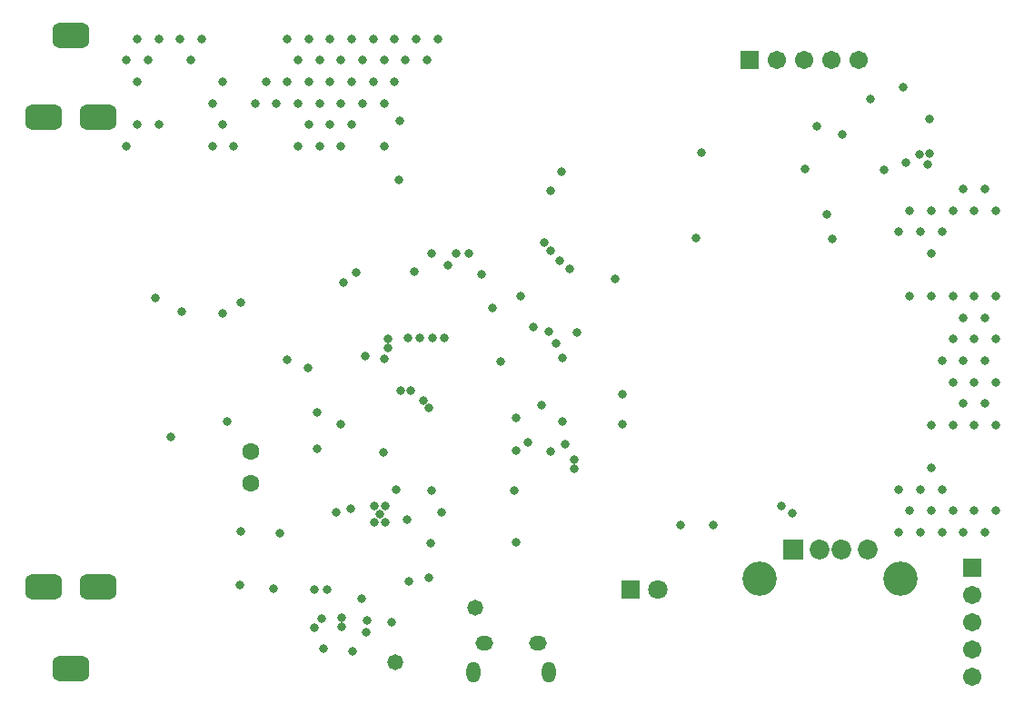
<source format=gbs>
G04*
G04 #@! TF.GenerationSoftware,Altium Limited,Altium Designer,20.0.13 (296)*
G04*
G04 Layer_Color=16711935*
%FSLAX25Y25*%
%MOIN*%
G70*
G01*
G75*
%ADD21C,0.06706*%
%ADD61R,0.06706X0.06706*%
%ADD62R,0.06706X0.06706*%
G04:AMPARAMS|DCode=63|XSize=94.49mil|YSize=133.86mil|CornerRadius=27.56mil|HoleSize=0mil|Usage=FLASHONLY|Rotation=90.000|XOffset=0mil|YOffset=0mil|HoleType=Round|Shape=RoundedRectangle|*
%AMROUNDEDRECTD63*
21,1,0.09449,0.07874,0,0,90.0*
21,1,0.03937,0.13386,0,0,90.0*
1,1,0.05512,0.03937,0.01968*
1,1,0.05512,0.03937,-0.01968*
1,1,0.05512,-0.03937,-0.01968*
1,1,0.05512,-0.03937,0.01968*
%
%ADD63ROUNDEDRECTD63*%
%ADD64R,0.07284X0.07284*%
%ADD65C,0.07284*%
%ADD66C,0.12598*%
%ADD67C,0.06299*%
%ADD68C,0.07087*%
%ADD69R,0.07087X0.07087*%
%ADD70O,0.05118X0.07677*%
%ADD71O,0.06496X0.05315*%
%ADD72C,0.03162*%
%ADD73C,0.05800*%
D21*
X452165Y104409D02*
D03*
Y114409D02*
D03*
Y124409D02*
D03*
Y134409D02*
D03*
X410354Y330906D02*
D03*
X400354D02*
D03*
X390354D02*
D03*
X380354D02*
D03*
D61*
X452165Y144409D02*
D03*
D62*
X370354Y330906D02*
D03*
D63*
X121299Y107598D02*
D03*
X111299Y137598D02*
D03*
X131299D02*
D03*
Y309882D02*
D03*
X111299D02*
D03*
X121299Y339882D02*
D03*
D64*
X386221Y151157D02*
D03*
D65*
X396063D02*
D03*
X403937D02*
D03*
X413779D02*
D03*
D66*
X374134Y140488D02*
D03*
X425866D02*
D03*
D67*
X187402Y187205D02*
D03*
Y175394D02*
D03*
D68*
X336614Y136614D02*
D03*
D69*
X326772D02*
D03*
D70*
X269202Y106102D02*
D03*
X296761D02*
D03*
D71*
X273139Y116732D02*
D03*
X292824D02*
D03*
D72*
X183661Y157874D02*
D03*
X198085Y157033D02*
D03*
X444936Y165408D02*
D03*
X437008Y165354D02*
D03*
X425197Y173228D02*
D03*
X323819Y197244D02*
D03*
X323622Y208071D02*
D03*
X296654Y231102D02*
D03*
X290896Y232726D02*
D03*
X276181Y239961D02*
D03*
X299410Y226772D02*
D03*
X425197Y157480D02*
D03*
X433071D02*
D03*
X247441Y253150D02*
D03*
X226181Y252953D02*
D03*
X297441Y260630D02*
D03*
X259842Y255315D02*
D03*
X300590Y257283D02*
D03*
X272047Y251969D02*
D03*
X195866Y136811D02*
D03*
X386024Y164567D02*
D03*
X390748Y290748D02*
D03*
X398819Y274213D02*
D03*
X220276Y197244D02*
D03*
X288976Y190551D02*
D03*
X211811Y201378D02*
D03*
X284646Y187402D02*
D03*
X302559Y189961D02*
D03*
X297441Y187205D02*
D03*
X356890Y160039D02*
D03*
X344882D02*
D03*
X414764Y316535D02*
D03*
X432677Y296063D02*
D03*
X284055Y172835D02*
D03*
X394882Y306496D02*
D03*
X253346Y153543D02*
D03*
X252756Y140748D02*
D03*
X236221Y221063D02*
D03*
X229528Y222047D02*
D03*
X237598Y225197D02*
D03*
X427756Y293110D02*
D03*
X456693Y283465D02*
D03*
X460630Y275591D02*
D03*
Y244095D02*
D03*
X456693Y236221D02*
D03*
X460630Y228347D02*
D03*
X456693Y220473D02*
D03*
X460630Y212598D02*
D03*
X456693Y204725D02*
D03*
X460630Y196851D02*
D03*
Y165354D02*
D03*
X456693Y157480D02*
D03*
X448819Y283465D02*
D03*
X452756Y275591D02*
D03*
Y244095D02*
D03*
X448819Y236221D02*
D03*
X452756Y228347D02*
D03*
X448819Y220473D02*
D03*
X452756Y212598D02*
D03*
X448819Y204725D02*
D03*
X452756Y196851D02*
D03*
Y165354D02*
D03*
X448819Y157480D02*
D03*
X444882Y275591D02*
D03*
X440945Y267717D02*
D03*
X444882Y244095D02*
D03*
Y228347D02*
D03*
X440945Y220473D02*
D03*
X444882Y212598D02*
D03*
Y196851D02*
D03*
X440945Y173228D02*
D03*
Y157480D02*
D03*
X437008Y275591D02*
D03*
X433071Y267717D02*
D03*
X437008Y259843D02*
D03*
Y244095D02*
D03*
Y196851D02*
D03*
Y181103D02*
D03*
X433071Y173228D02*
D03*
X429134Y275591D02*
D03*
X425197Y267717D02*
D03*
X429134Y244095D02*
D03*
Y165354D02*
D03*
X255906Y338583D02*
D03*
X251969Y330709D02*
D03*
X248032Y338583D02*
D03*
X244095Y330709D02*
D03*
X240158Y338583D02*
D03*
X236221Y330709D02*
D03*
X240158Y322835D02*
D03*
X236221Y314961D02*
D03*
Y299213D02*
D03*
X232284Y338583D02*
D03*
X228347Y330709D02*
D03*
X232284Y322835D02*
D03*
X228347Y314961D02*
D03*
X224410Y338583D02*
D03*
X220473Y330709D02*
D03*
X224410Y322835D02*
D03*
X220473Y314961D02*
D03*
X224410Y307087D02*
D03*
X220473Y299213D02*
D03*
X216536Y338583D02*
D03*
X212598Y330709D02*
D03*
X216536Y322835D02*
D03*
X212598Y314961D02*
D03*
X216536Y307087D02*
D03*
X212598Y299213D02*
D03*
X208662Y338583D02*
D03*
X204725Y330709D02*
D03*
X208662Y322835D02*
D03*
X204725Y314961D02*
D03*
X208662Y307087D02*
D03*
X204725Y299213D02*
D03*
X200787Y338583D02*
D03*
Y322835D02*
D03*
X196851Y314961D02*
D03*
X192913Y322835D02*
D03*
X188977Y314961D02*
D03*
X181103Y299213D02*
D03*
X177165Y322835D02*
D03*
X173228Y314961D02*
D03*
X177165Y307087D02*
D03*
X173228Y299213D02*
D03*
X169291Y338583D02*
D03*
X165354Y330709D02*
D03*
X161417Y338583D02*
D03*
X153543D02*
D03*
X149606Y330709D02*
D03*
X153543Y307087D02*
D03*
X145669Y338583D02*
D03*
X141732Y330709D02*
D03*
X145669Y322835D02*
D03*
Y307087D02*
D03*
X141732Y299213D02*
D03*
X419685Y290354D02*
D03*
X436417Y296457D02*
D03*
X404331Y303346D02*
D03*
X211811Y187992D02*
D03*
X158071Y192323D02*
D03*
X176969Y237795D02*
D03*
X178740Y198031D02*
D03*
X237598Y228543D02*
D03*
X252756Y203150D02*
D03*
X242520Y209449D02*
D03*
X242126Y308465D02*
D03*
X241732Y286811D02*
D03*
X297441Y282677D02*
D03*
X426772Y320669D02*
D03*
X436417Y309055D02*
D03*
X400591Y265158D02*
D03*
X382087Y167126D02*
D03*
X238976Y124409D02*
D03*
X200591Y220669D02*
D03*
X183858Y241732D02*
D03*
X218701Y164764D02*
D03*
X245472Y139567D02*
D03*
X257283Y164764D02*
D03*
X301575Y198228D02*
D03*
Y221457D02*
D03*
X278937Y220276D02*
D03*
X221457Y249213D02*
D03*
X301378Y289961D02*
D03*
X350787Y265551D02*
D03*
X304331Y254134D02*
D03*
X294882Y263779D02*
D03*
X286417Y244094D02*
D03*
X321063Y250394D02*
D03*
X305906Y184252D02*
D03*
Y180905D02*
D03*
X258465Y228740D02*
D03*
X249410Y228937D02*
D03*
X253937Y228740D02*
D03*
X245079Y228937D02*
D03*
X267323Y259646D02*
D03*
X262598Y259842D02*
D03*
X253543Y259646D02*
D03*
X352756Y296850D02*
D03*
X152362Y243504D02*
D03*
X236024Y186811D02*
D03*
X162008Y238583D02*
D03*
X284842Y199606D02*
D03*
X293996Y204035D02*
D03*
X307087Y230906D02*
D03*
X253543Y172835D02*
D03*
X250590Y205906D02*
D03*
X246063Y209449D02*
D03*
X208465Y217717D02*
D03*
X183465Y138189D02*
D03*
X240551Y173228D02*
D03*
X224016Y166142D02*
D03*
X215354Y136614D02*
D03*
X210630D02*
D03*
X227953Y133268D02*
D03*
X284646Y153937D02*
D03*
X244685Y162205D02*
D03*
X213386Y125787D02*
D03*
X210630Y122441D02*
D03*
X230118Y125000D02*
D03*
X229577Y120866D02*
D03*
X214173Y114764D02*
D03*
X224803Y113779D02*
D03*
X435827Y292520D02*
D03*
X220866Y126047D02*
D03*
Y122772D02*
D03*
X236614Y161221D02*
D03*
X232677D02*
D03*
Y167126D02*
D03*
X236614D02*
D03*
X234646Y164173D02*
D03*
D73*
X269685Y129724D02*
D03*
X240354Y109843D02*
D03*
M02*

</source>
